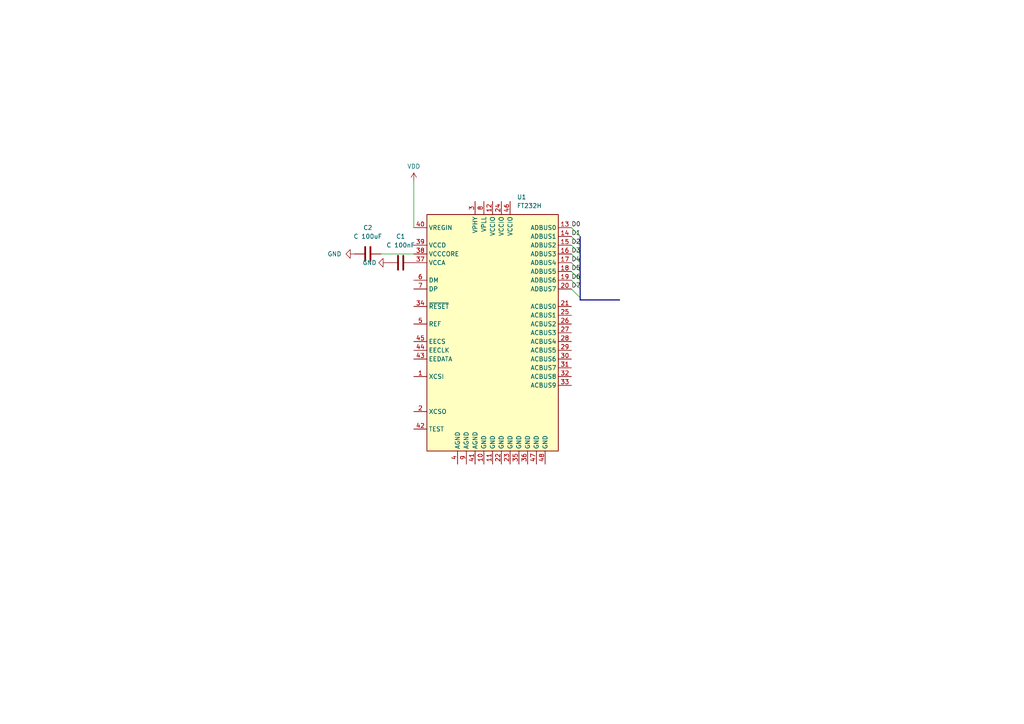
<source format=kicad_sch>
(kicad_sch (version 20230121) (generator eeschema)
  (paper "A4")
  (lib_symbols
    (symbol "Device:C" (pin_numbers hide) (pin_names (offset 0.254))
      (property "Reference" "C" (at 0.635 2.54 0))
      (property "Value" "C" (at 0.635 -2.54 0))
      (symbol "C_0_1"
        (polyline (pts (xy -2.032 -0.762) (xy 2.032 -0.762)) (stroke (width 0.508)))
        (polyline (pts (xy -2.032 0.762) (xy 2.032 0.762)) (stroke (width 0.508)))
      )
      (symbol "C_1_1"
        (pin passive line (at 0 3.81 270) (length 2.794) (name "~") (number "1"))
        (pin passive line (at 0 -3.81 90) (length 2.794) (name "~") (number "2"))
      )
    )
    (symbol "Interface_USB:FT232H"
      (property "Reference" "U" (at -19.05 35.56 0))
      (property "Value" "FT232H" (at 12.7 35.56 0))
      (symbol "FT232H_0_1"
        (rectangle (start -19.05 34.29) (end 19.05 -34.29) (stroke (width 0.254)) (fill (type background)))
      )
      (symbol "FT232H_1_1"
        (pin input line (at -22.86 -12.7 0) (length 3.81) (name "XCSI") (number "1"))
        (pin power_in line (at -2.54 -38.1 90) (length 3.81) (name "GND") (number "10"))
        (pin power_in line (at 0 -38.1 90) (length 3.81) (name "GND") (number "11"))
        (pin power_in line (at 0 38.1 270) (length 3.81) (name "VCCIO") (number "12"))
        (pin bidirectional line (at 22.86 30.48 180) (length 3.81) (name "ADBUS0") (number "13"))
        (pin bidirectional line (at 22.86 27.94 180) (length 3.81) (name "ADBUS1") (number "14"))
        (pin bidirectional line (at 22.86 25.4 180) (length 3.81) (name "ADBUS2") (number "15"))
        (pin bidirectional line (at 22.86 22.86 180) (length 3.81) (name "ADBUS3") (number "16"))
        (pin bidirectional line (at 22.86 20.32 180) (length 3.81) (name "ADBUS4") (number "17"))
        (pin bidirectional line (at 22.86 17.78 180) (length 3.81) (name "ADBUS5") (number "18"))
        (pin bidirectional line (at 22.86 15.24 180) (length 3.81) (name "ADBUS6") (number "19"))
        (pin output line (at -22.86 -22.86 0) (length 3.81) (name "XCSO") (number "2"))
        (pin bidirectional line (at 22.86 12.7 180) (length 3.81) (name "ADBUS7") (number "20"))
        (pin bidirectional line (at 22.86 7.62 180) (length 3.81) (name "ACBUS0") (number "21"))
        (pin power_in line (at 2.54 -38.1 90) (length 3.81) (name "GND") (number "22"))
        (pin power_in line (at 5.08 -38.1 90) (length 3.81) (name "GND") (number "23"))
        (pin power_in line (at 2.54 38.1 270) (length 3.81) (name "VCCIO") (number "24"))
        (pin bidirectional line (at 22.86 5.08 180) (length 3.81) (name "ACBUS1") (number "25"))
        (pin bidirectional line (at 22.86 2.54 180) (length 3.81) (name "ACBUS2") (number "26"))
        (pin bidirectional line (at 22.86 0 180) (length 3.81) (name "ACBUS3") (number "27"))
        (pin bidirectional line (at 22.86 -2.54 180) (length 3.81) (name "ACBUS4") (number "28"))
        (pin bidirectional line (at 22.86 -5.08 180) (length 3.81) (name "ACBUS5") (number "29"))
        (pin power_in line (at -5.08 38.1 270) (length 3.81) (name "VPHY") (number "3"))
        (pin bidirectional line (at 22.86 -7.62 180) (length 3.81) (name "ACBUS6") (number "30"))
        (pin bidirectional line (at 22.86 -10.16 180) (length 3.81) (name "ACBUS7") (number "31"))
        (pin bidirectional line (at 22.86 -12.7 180) (length 3.81) (name "ACBUS8") (number "32"))
        (pin bidirectional line (at 22.86 -15.24 180) (length 3.81) (name "ACBUS9") (number "33"))
        (pin input line (at -22.86 7.62 0) (length 3.81) (name "~{RESET}") (number "34"))
        (pin power_in line (at 7.62 -38.1 90) (length 3.81) (name "GND") (number "35"))
        (pin power_in line (at 10.16 -38.1 90) (length 3.81) (name "GND") (number "36"))
        (pin power_out line (at -22.86 20.32 0) (length 3.81) (name "VCCA") (number "37"))
        (pin power_out line (at -22.86 22.86 0) (length 3.81) (name "VCCCORE") (number "38"))
        (pin power_in line (at -22.86 25.4 0) (length 3.81) (name "VCCD") (number "39"))
        (pin power_in line (at -10.16 -38.1 90) (length 3.81) (name "AGND") (number "4"))
        (pin power_in line (at -22.86 30.48 0) (length 3.81) (name "VREGIN") (number "40"))
        (pin power_in line (at -5.08 -38.1 90) (length 3.81) (name "AGND") (number "41"))
        (pin input line (at -22.86 -27.94 0) (length 3.81) (name "TEST") (number "42"))
        (pin bidirectional line (at -22.86 -7.62 0) (length 3.81) (name "EEDATA") (number "43"))
        (pin input line (at -22.86 -5.08 0) (length 3.81) (name "EECLK") (number "44"))
        (pin input line (at -22.86 -2.54 0) (length 3.81) (name "EECS") (number "45"))
        (pin power_in line (at 5.08 38.1 270) (length 3.81) (name "VCCIO") (number "46"))
        (pin power_in line (at 12.7 -38.1 90) (length 3.81) (name "GND") (number "47"))
        (pin power_in line (at 15.24 -38.1 90) (length 3.81) (name "GND") (number "48"))
        (pin input line (at -22.86 2.54 0) (length 3.81) (name "REF") (number "5"))
        (pin bidirectional line (at -22.86 15.24 0) (length 3.81) (name "DM") (number "6"))
        (pin bidirectional line (at -22.86 12.7 0) (length 3.81) (name "DP") (number "7"))
        (pin power_in line (at -2.54 38.1 270) (length 3.81) (name "VPLL") (number "8"))
        (pin power_in line (at -7.62 -38.1 90) (length 3.81) (name "AGND") (number "9"))
      )
    )
    (symbol "power:GND" (power) (pin_names (offset 0))
      (property "Value" "GND" (at 0 -3.81 0))
      (symbol "GND_0_1"
        (polyline (pts (xy 0 0) (xy 0 -1.27) (xy 1.27 -1.27) (xy 0 -2.54) (xy -1.27 -1.27) (xy 0 -1.27)))
      )
      (symbol "GND_1_1"
        (pin power_in line (at 0 0 270) (length 0) hide (name "GND") (number "1"))
      )
    )
    (symbol "power:VDD" (power) (pin_names (offset 0))
      (property "Value" "VDD" (at 0 3.81 0))
      (symbol "VDD_0_1"
        (polyline (pts (xy -0.762 1.27) (xy 0 2.54)))
        (polyline (pts (xy 0 0) (xy 0 2.54)))
        (polyline (pts (xy 0 2.54) (xy 0.762 1.27)))
      )
      (symbol "VDD_1_1"
        (pin power_in line (at 0 0 90) (length 0) hide (name "VDD") (number "1"))
      )
    )
  )
  (bus_entry (at 165.735 68.58) (size 2.54 2.54))
  (bus_entry (at 165.735 78.74) (size 2.54 2.54))
  (bus_entry (at 165.735 66.04) (size 2.54 2.54))
  (bus_entry (at 165.735 71.12) (size 2.54 2.54))
  (bus_entry (at 165.735 76.2) (size 2.54 2.54))
  (bus_entry (at 165.735 83.82) (size 2.54 2.54))
  (bus_entry (at 165.735 73.66) (size 2.54 2.54))
  (bus_entry (at 165.735 81.28) (size 2.54 2.54))
  (bus (pts (xy 168.275 86.995) (xy 179.705 86.995)))
  (wire (pts (xy 110.49 73.66) (xy 120.015 73.66)))
  (bus (pts (xy 168.275 68.58) (xy 168.275 71.12)))
  (bus (pts (xy 168.275 71.12) (xy 168.275 73.66)))
  (bus (pts (xy 168.275 73.66) (xy 168.275 76.2)))
  (bus (pts (xy 168.275 86.36) (xy 168.275 86.995)))
  (wire (pts (xy 120.015 52.705) (xy 120.015 66.04)))
  (bus (pts (xy 168.275 78.74) (xy 168.275 81.28)))
  (bus (pts (xy 168.275 76.2) (xy 168.275 78.74)))
  (bus (pts (xy 168.275 83.82) (xy 168.275 86.36)))
  (bus (pts (xy 168.275 81.28) (xy 168.275 83.82)))
  (label "D7" (at 165.735 83.82 0))
  (label "D1" (at 165.735 68.58 0))
  (label "D6" (at 165.735 81.28 0))
  (label "D2" (at 165.735 71.12 0))
  (label "D5" (at 165.735 78.74 0))
  (label "D4" (at 165.735 76.2 0))
  (label "D0" (at 165.735 66.04 0))
  (label "D3" (at 165.735 73.66 0))
  (symbol (lib_id "Interface_USB:FT232H") (at 142.875 96.52 0) (unit 1)
    (property "Reference" "U1" (at 149.9109 57.15 0) (effects (justify left)))
    (property "Value" "FT232H" (at 149.9109 59.69 0) (effects (justify left)))
    (property "Footprint" "Package_QFP:LQFP-48_7x7mm_P0.5mm" (effects hide))
    (property "Datasheet" "https://www.ftdichip.com/Support/Documents/DataSheets/ICs/DS_FT232H.pdf" (effects hide))
  )
  (symbol (lib_id "power:GND") (at 102.87 73.66 270) (unit 1)
    (property "Reference" "#PWR01" (effects hide))
    (property "Value" "GND" (at 99.06 73.66 90) (effects (justify right)))
  )
  (symbol (lib_id "power:VDD") (at 120.015 52.705 0) (unit 1)
    (property "Reference" "#PWR03" (effects hide))
    (property "Value" "VDD" (at 120.015 48.26 0))
  )
  (symbol (lib_id "Device:C") (at 116.205 76.2 90) (unit 1)
    (property "Reference" "C1" (at 116.205 68.58 90))
    (property "Value" "C 100nF" (at 116.205 71.12 90))
    (property "Footprint" "Capacitor_SMD:C_0805_2012Metric" (effects hide))
    (property "MFR" "TCC0805X7R104M500DT" (effects hide))
    (property "LCSC" "C360619" (effects hide))
  )
  (symbol (lib_id "power:GND") (at 112.395 76.2 270) (unit 1)
    (property "Reference" "#PWR02" (effects hide))
    (property "Value" "GND" (at 109.22 76.2 90) (effects (justify right)))
  )
  (symbol (lib_id "Device:C") (at 106.68 73.66 90) (unit 1)
    (property "Reference" "C2" (at 106.68 66.04 90))
    (property "Value" "C 100uF" (at 106.68 68.58 90))
    (property "Footprint" "Capacitor_SMD:C_0805_2012Metric" (effects hide))
    (property "MFR" "TCC0805X7R104M500DT" (effects hide))
    (property "LCSC" "C360619" (effects hide))
  )
)
</source>
